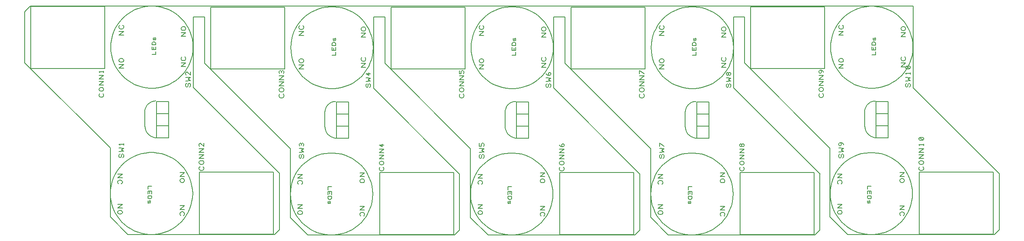
<source format=gbr>
%FSLAX23Y23*%
%MOIN*%
%ADD10C,0.00500*%
X000Y000D02*
D02*
D10*
X050Y1896D02*
X7326D01*
Y1220*
X8036Y510*
Y048*
X7996Y008*
X6786*
X6641Y153*
Y721*
X5935Y1426*
Y1806*
X5936Y1806*
X5847*
Y1220*
X6560Y506*
X6557Y503*
Y044*
X6517Y004*
X5307*
X5162Y149*
Y718*
X4457Y1423*
Y1807*
X4457Y1807*
X4362*
Y1219*
X5073Y508*
Y044*
X5032Y003*
X3822*
X3677Y148*
Y718*
X2972Y1423*
Y1806*
X2974Y1808*
X2878*
Y1217*
X3587Y508*
Y043*
X3547Y003*
X2337*
X2192Y148*
Y718*
X1487Y1423*
Y1806*
X1487Y1806*
X1394*
Y1222*
X2103Y512*
Y047*
X2063Y007*
X854*
X708Y153*
Y722*
X003Y1428*
Y1848*
X009Y1855*
X050Y1896*
X663Y1892D02*
X053D01*
Y1380*
X663*
Y1892*
X648Y1173D02*
X651Y1170D01*
X654Y1163*
Y1154*
X651Y1148*
X648Y1145*
X641Y1142*
X629*
X623Y1145*
X619Y1148*
X616Y1154*
Y1163*
X619Y1170*
X623Y1173*
X641Y1192D02*
X629D01*
X623Y1195*
X619Y1198*
X616Y1204*
Y1210*
X619Y1217*
X623Y1220*
X629Y1223*
X641*
X648Y1220*
X651Y1217*
X654Y1210*
Y1204*
X651Y1198*
X648Y1195*
X641Y1192*
X654Y1242D02*
X616D01*
X654Y1273*
X616*
X654Y1292D02*
X616D01*
X654Y1323*
X616*
X654Y1348D02*
Y1360D01*
Y1354D02*
X616D01*
X623Y1348*
X713Y1556D02*
X714Y1524D01*
X719Y1492*
X726Y1461*
X737Y1430*
X750Y1401*
X766Y1373*
X785Y1346*
X806Y1322*
X830Y1300*
X855Y1280*
X882Y1262*
X911Y1248*
X941Y1236*
X972Y1226*
X1004Y1220*
X1036Y1217*
X1068Y1217*
X1100Y1220*
X1132Y1226*
X1163Y1235*
X1193Y1247*
X1221Y1262*
X1249Y1280*
X1274Y1300*
X1297Y1322*
X1319Y1346*
X1337Y1373*
X1353Y1401*
X1367Y1430*
X1377Y1460*
X1385Y1492*
X1390Y1524*
X1391Y1556*
X1390Y1588*
X1385Y1620*
X1377Y1652*
X1367Y1682*
X1353Y1712*
X1337Y1740*
X1319Y1766*
X1297Y1790*
X1274Y1813*
X1249Y1833*
X1222Y1850*
X1193Y1865*
X1163Y1877*
X1132Y1886*
X1100Y1892*
X1068Y1895*
X1036Y1895*
X1004Y1892*
X972Y1886*
X941Y1877*
X911Y1865*
X882Y1850*
X855Y1833*
X830Y1813*
X806Y1790*
X785Y1766*
X766Y1740*
X750Y1712*
X737Y1682*
X726Y1652*
X719Y1620*
X714Y1588*
X713Y1556*
X770Y257D02*
X808D01*
X770Y226*
X808*
X783Y207D02*
X795D01*
X801Y204*
X804Y201*
X808Y195*
Y188*
X804Y182*
X801Y179*
X795Y176*
X783*
X776Y179*
X773Y182*
X770Y188*
Y195*
X773Y201*
X776Y204*
X783Y207*
X770Y507D02*
X808D01*
X770Y476*
X808*
X776Y426D02*
X773Y429D01*
X770Y435*
Y445*
X773Y451*
X776Y454*
X783Y457*
X795*
X801Y454*
X804Y451*
X808Y445*
Y435*
X804Y429*
X801Y426*
X818Y1382D02*
X780D01*
X818Y1413*
X780*
X805Y1432D02*
X793D01*
X786Y1435*
X783Y1438*
X780Y1445*
Y1451*
X783Y1457*
X786Y1460*
X793Y1463*
X805*
X811Y1460*
X815Y1457*
X818Y1451*
Y1445*
X815Y1438*
X811Y1435*
X805Y1432*
X818Y1657D02*
X780D01*
X818Y1688*
X780*
X811Y1738D02*
X815Y1735D01*
X818Y1729*
Y1720*
X815Y1713*
X811Y1710*
X805Y1707*
X793*
X786Y1710*
X783Y1713*
X780Y1720*
Y1729*
X783Y1735*
X786Y1738*
X809Y642D02*
X816Y645D01*
X819Y651*
Y663*
X816Y670*
X809Y673*
X803Y670*
X800Y663*
Y651*
X797Y645*
X791Y642*
X784Y645*
X781Y651*
Y663*
X784Y670*
X791Y673*
X781Y692D02*
X819Y695D01*
X800Y707*
X819Y720*
X781Y723*
X819Y748D02*
Y760D01*
Y754D02*
X781D01*
X788Y748*
X1048Y407D02*
X1018D01*
Y382*
Y367D02*
X1048D01*
Y342*
X1033Y347D02*
Y367D01*
X1018D02*
Y342D01*
Y327D02*
X1048D01*
Y312*
X1046Y307*
X1043Y305*
X1038Y302*
X1028*
X1023Y305*
X1021Y307*
X1018Y312*
Y327*
X1021Y287D02*
X1018Y282D01*
Y272*
X1021Y267*
X1026*
X1028Y272*
Y282*
X1031Y287*
X1036*
X1038Y282*
Y272*
X1036Y267*
X1088Y807D02*
Y907D01*
X1188*
Y807*
X1088*
Y907D02*
Y1007D01*
X1188*
Y907*
X1088*
Y1007D02*
Y1107D01*
X1188*
Y1007*
X1088*
X1052Y1495D02*
X1082D01*
Y1520*
Y1535D02*
X1052D01*
Y1560*
X1067Y1555D02*
Y1535D01*
X1082D02*
Y1560D01*
Y1575D02*
X1052D01*
Y1590*
X1055Y1595*
X1057Y1597*
X1062Y1600*
X1072*
X1077Y1597*
X1080Y1595*
X1082Y1590*
Y1575*
X1080Y1615D02*
X1082Y1620D01*
Y1630*
X1080Y1635*
X1075*
X1072Y1630*
Y1620*
X1070Y1615*
X1065*
X1062Y1620*
Y1630*
X1065Y1635*
X1093Y807D02*
X1076Y808D01*
X1059Y813*
X1043Y820*
X1029Y830*
X1017Y842*
X1007Y857*
X999Y872*
X995Y889*
X993Y907*
Y1022*
X994Y1037*
X999Y1052*
X1005Y1067*
X1014Y1079*
X1025Y1090*
X1038Y1099*
X1052Y1106*
X1068Y1110*
X1083Y1112*
X1283Y245D02*
X1320D01*
X1283Y213*
X1320*
X1289Y163D02*
X1286Y166D01*
X1283Y173*
Y182*
X1286Y188*
X1289Y191*
X1295Y195*
X1308*
X1314Y191*
X1317Y188*
X1320Y182*
Y173*
X1317Y166*
X1314Y163*
X1283Y520D02*
X1320D01*
X1283Y488*
X1320*
X1295Y470D02*
X1308D01*
X1314Y466*
X1317Y463*
X1320Y457*
Y451*
X1317Y445*
X1314Y441*
X1308Y438*
X1295*
X1289Y441*
X1286Y445*
X1283Y451*
Y457*
X1286Y463*
X1289Y466*
X1295Y470*
X1330Y1395D02*
X1293D01*
X1330Y1426*
X1293*
X1324Y1476D02*
X1327Y1473D01*
X1330Y1467*
Y1457*
X1327Y1451*
X1324Y1448*
X1318Y1445*
X1305*
X1299Y1448*
X1296Y1451*
X1293Y1457*
Y1467*
X1296Y1473*
X1299Y1476*
X1330Y1645D02*
X1293D01*
X1330Y1676*
X1293*
X1318Y1695D02*
X1305D01*
X1299Y1698*
X1296Y1701*
X1293Y1707*
Y1713*
X1296Y1720*
X1299Y1723*
X1305Y1726*
X1318*
X1324Y1723*
X1327Y1720*
X1330Y1713*
Y1707*
X1327Y1701*
X1324Y1698*
X1318Y1695*
X1359Y1227D02*
X1366Y1230D01*
X1369Y1236*
Y1248*
X1366Y1255*
X1359Y1258*
X1353Y1255*
X1350Y1248*
Y1236*
X1347Y1230*
X1341Y1227*
X1334Y1230*
X1331Y1236*
Y1248*
X1334Y1255*
X1341Y1258*
X1331Y1277D02*
X1369Y1280D01*
X1350Y1292*
X1369Y1305*
X1331Y1308*
X1369Y1352D02*
Y1327D01*
X1347Y1348*
X1341Y1352*
X1334Y1348*
X1331Y1342*
Y1333*
X1334Y1327*
X1388Y346D02*
X1386Y378D01*
X1381Y410*
X1374Y441*
X1363Y472*
X1350Y501*
X1334Y529*
X1315Y555*
X1294Y580*
X1271Y602*
X1245Y622*
X1218Y639*
X1189Y654*
X1159Y666*
X1128Y675*
X1097Y681*
X1064Y685*
X1032Y685*
X1000Y681*
X968Y675*
X937Y666*
X907Y654*
X879Y639*
X852Y622*
X826Y602*
X803Y580*
X782Y555*
X763Y529*
X747Y501*
X733Y472*
X723Y441*
X715Y410*
X711Y378*
X709Y346*
X711Y313*
X715Y281*
X723Y250*
X733Y220*
X747Y190*
X763Y162*
X782Y136*
X803Y111*
X826Y089*
X851Y069*
X879Y052*
X907Y037*
X937Y025*
X968Y016*
X1000Y010*
X1032Y007*
X1064Y007*
X1097Y010*
X1128Y016*
X1159Y025*
X1189Y037*
X1218Y052*
X1245Y069*
X1270Y089*
X1294Y111*
X1315Y136*
X1334Y162*
X1350Y190*
X1363Y219*
X1374Y250*
X1381Y281*
X1386Y313*
X1388Y346*
X1444Y011D02*
X2054D01*
Y523*
X1444*
Y011*
X1473Y568D02*
X1476Y565D01*
X1479Y558*
Y549*
X1476Y543*
X1473Y540*
X1466Y537*
X1454*
X1448Y540*
X1444Y543*
X1441Y549*
Y558*
X1444Y565*
X1448Y568*
X1466Y587D02*
X1454D01*
X1448Y590*
X1444Y593*
X1441Y599*
Y605*
X1444Y612*
X1448Y615*
X1454Y618*
X1466*
X1473Y615*
X1476Y612*
X1479Y605*
Y599*
X1476Y593*
X1473Y590*
X1466Y587*
X1479Y637D02*
X1441D01*
X1479Y668*
X1441*
X1479Y687D02*
X1441D01*
X1479Y718*
X1441*
X1479Y762D02*
Y737D01*
X1457Y758*
X1451Y762*
X1444Y758*
X1441Y752*
Y743*
X1444Y737*
X2147Y1888D02*
X1537D01*
Y1376*
X2147*
Y1888*
X2132Y1169D02*
X2135Y1166D01*
X2138Y1160*
Y1150*
X2135Y1144*
X2132Y1141*
X2125Y1138*
X2113*
X2107Y1141*
X2103Y1144*
X2100Y1150*
Y1160*
X2103Y1166*
X2107Y1169*
X2125Y1188D02*
X2113D01*
X2107Y1191*
X2103Y1194*
X2100Y1200*
Y1206*
X2103Y1213*
X2107Y1216*
X2113Y1219*
X2125*
X2132Y1216*
X2135Y1213*
X2138Y1206*
Y1200*
X2135Y1194*
X2132Y1191*
X2125Y1188*
X2138Y1238D02*
X2100D01*
X2138Y1269*
X2100*
X2138Y1288D02*
X2100D01*
X2138Y1319*
X2100*
X2135Y1341D02*
X2138Y1347D01*
Y1353*
X2135Y1360*
X2128Y1363*
X2122Y1360*
X2119Y1353*
Y1347*
Y1353D02*
X2116Y1360D01*
X2110Y1363*
X2103Y1360*
X2100Y1353*
Y1347*
X2103Y1341*
X2197Y1552D02*
X2198Y1520D01*
X2203Y1488*
X2210Y1457*
X2221Y1426*
X2234Y1397*
X2251Y1369*
X2269Y1343*
X2290Y1318*
X2314Y1296*
X2339Y1276*
X2366Y1258*
X2395Y1244*
X2425Y1232*
X2456Y1223*
X2488Y1216*
X2520Y1213*
X2552Y1213*
X2584Y1216*
X2616Y1223*
X2647Y1232*
X2677Y1244*
X2706Y1258*
X2733Y1276*
X2758Y1296*
X2782Y1318*
X2803Y1343*
X2821Y1369*
X2838Y1397*
X2851Y1426*
X2862Y1457*
X2869Y1488*
X2874Y1520*
X2875Y1552*
X2874Y1585*
X2869Y1617*
X2862Y1648*
X2851Y1678*
X2838Y1708*
X2821Y1736*
X2803Y1762*
X2782Y1786*
X2758Y1809*
X2733Y1829*
X2706Y1846*
X2677Y1861*
X2647Y1873*
X2616Y1882*
X2584Y1888*
X2552Y1891*
X2520Y1891*
X2488Y1888*
X2456Y1882*
X2425Y1873*
X2395Y1861*
X2366Y1846*
X2339Y1829*
X2314Y1809*
X2290Y1787*
X2269Y1762*
X2251Y1736*
X2234Y1708*
X2221Y1679*
X2210Y1648*
X2203Y1617*
X2198Y1585*
X2197Y1552*
X2254Y253D02*
X2292D01*
X2254Y222*
X2292*
X2267Y203D02*
X2279D01*
X2285Y200*
X2288Y197*
X2292Y191*
Y185*
X2288Y178*
X2285Y175*
X2279Y172*
X2267*
X2260Y175*
X2257Y178*
X2254Y185*
Y191*
X2257Y197*
X2260Y200*
X2267Y203*
X2254Y503D02*
X2292D01*
X2254Y472*
X2292*
X2260Y422D02*
X2257Y425D01*
X2254Y431*
Y441*
X2257Y447*
X2260Y450*
X2267Y453*
X2279*
X2285Y450*
X2288Y447*
X2292Y441*
Y431*
X2288Y425*
X2285Y422*
X2302Y1378D02*
X2264D01*
X2302Y1410*
X2264*
X2289Y1428D02*
X2277D01*
X2271Y1431*
X2267Y1435*
X2264Y1441*
Y1447*
X2267Y1453*
X2271Y1456*
X2277Y1460*
X2289*
X2296Y1456*
X2299Y1453*
X2302Y1447*
Y1441*
X2299Y1435*
X2296Y1431*
X2289Y1428*
X2302Y1653D02*
X2264D01*
X2302Y1685*
X2264*
X2296Y1735D02*
X2299Y1731D01*
X2302Y1725*
Y1716*
X2299Y1710*
X2296Y1706*
X2289Y1703*
X2277*
X2271Y1706*
X2267Y1710*
X2264Y1716*
Y1725*
X2267Y1731*
X2271Y1735*
X2293Y638D02*
X2300Y641D01*
X2303Y647*
Y660*
X2300Y666*
X2293Y669*
X2287Y666*
X2284Y660*
Y647*
X2281Y641*
X2275Y638*
X2268Y641*
X2265Y647*
Y660*
X2268Y666*
X2275Y669*
X2265Y688D02*
X2303Y691D01*
X2284Y703*
X2303Y716*
X2265Y719*
X2300Y741D02*
X2303Y747D01*
Y753*
X2300Y760*
X2293Y763*
X2287Y760*
X2284Y753*
Y747*
Y753D02*
X2281Y760D01*
X2275Y763*
X2268Y760*
X2265Y753*
Y747*
X2268Y741*
X2532Y403D02*
X2502D01*
Y378*
Y363D02*
X2532D01*
Y338*
X2517Y343D02*
Y363D01*
X2502D02*
Y338D01*
Y323D02*
X2532D01*
Y308*
X2530Y303*
X2527Y301*
X2522Y298*
X2512*
X2507Y301*
X2505Y303*
X2502Y308*
Y323*
X2505Y283D02*
X2502Y278D01*
Y268*
X2505Y263*
X2510*
X2512Y268*
Y278*
X2515Y283*
X2520*
X2522Y278*
Y268*
X2520Y263*
X2572Y803D02*
Y903D01*
X2672*
Y803*
X2572*
Y903D02*
Y1003D01*
X2672*
Y903*
X2572*
Y1003D02*
Y1103D01*
X2672*
Y1003*
X2572*
X2536Y1491D02*
X2566D01*
Y1516*
Y1531D02*
X2536D01*
Y1556*
X2551Y1551D02*
Y1531D01*
X2566D02*
Y1556D01*
Y1571D02*
X2536D01*
Y1586*
X2539Y1591*
X2541Y1593*
X2546Y1596*
X2556*
X2561Y1593*
X2564Y1591*
X2566Y1586*
Y1571*
X2564Y1611D02*
X2566Y1616D01*
Y1626*
X2564Y1631*
X2559*
X2556Y1626*
Y1616*
X2554Y1611*
X2549*
X2546Y1616*
Y1626*
X2549Y1631*
X2577Y803D02*
X2560Y804D01*
X2543Y809*
X2527Y816*
X2513Y826*
X2501Y838*
X2491Y853*
X2483Y869*
X2479Y885*
X2477Y903*
Y1018*
X2479Y1033*
X2483Y1048*
X2489Y1063*
X2498Y1076*
X2509Y1087*
X2522Y1096*
X2536Y1102*
X2552Y1106*
X2567Y1108*
X2767Y241D02*
X2804D01*
X2767Y210*
X2804*
X2773Y160D02*
X2770Y163D01*
X2767Y169*
Y178*
X2770Y185*
X2773Y188*
X2779Y191*
X2792*
X2798Y188*
X2801Y185*
X2804Y178*
Y169*
X2801Y163*
X2798Y160*
X2767Y516D02*
X2804D01*
X2767Y485*
X2804*
X2779Y466D02*
X2792D01*
X2798Y463*
X2801Y460*
X2804Y453*
Y447*
X2801Y441*
X2798Y438*
X2792Y435*
X2779*
X2773Y438*
X2770Y441*
X2767Y447*
Y453*
X2770Y460*
X2773Y463*
X2779Y466*
X2814Y1391D02*
X2777D01*
X2814Y1422*
X2777*
X2808Y1472D02*
X2811Y1469D01*
X2814Y1463*
Y1453*
X2811Y1447*
X2808Y1444*
X2802Y1441*
X2789*
X2783Y1444*
X2780Y1447*
X2777Y1453*
Y1463*
X2780Y1469*
X2783Y1472*
X2814Y1641D02*
X2777D01*
X2814Y1672*
X2777*
X2802Y1691D02*
X2789D01*
X2783Y1694*
X2780Y1697*
X2777Y1703*
Y1710*
X2780Y1716*
X2783Y1719*
X2789Y1722*
X2802*
X2808Y1719*
X2811Y1716*
X2814Y1710*
Y1703*
X2811Y1697*
X2808Y1694*
X2802Y1691*
X2843Y1223D02*
X2850Y1226D01*
X2853Y1232*
Y1245*
X2850Y1251*
X2843Y1254*
X2837Y1251*
X2834Y1245*
Y1232*
X2831Y1226*
X2825Y1223*
X2818Y1226*
X2815Y1232*
Y1245*
X2818Y1251*
X2825Y1254*
X2815Y1273D02*
X2853Y1276D01*
X2834Y1288*
X2853Y1301*
X2815Y1304*
X2853Y1338D02*
X2815D01*
X2840Y1323*
Y1348*
X2872Y342D02*
X2870Y374D01*
X2866Y406*
X2858Y437*
X2847Y468*
X2834Y497*
X2818Y525*
X2799Y552*
X2778Y576*
X2755Y598*
X2729Y618*
X2702Y636*
X2673Y650*
X2643Y662*
X2612Y672*
X2581Y678*
X2549Y681*
X2516Y681*
X2484Y678*
X2452Y672*
X2421Y662*
X2391Y650*
X2363Y636*
X2336Y618*
X2310Y598*
X2287Y576*
X2266Y552*
X2247Y525*
X2231Y497*
X2217Y468*
X2207Y437*
X2199Y406*
X2195Y374*
X2193Y342*
X2195Y310*
X2199Y278*
X2207Y246*
X2217Y216*
X2231Y186*
X2247Y158*
X2266Y132*
X2287Y108*
X2310Y085*
X2336Y065*
X2363Y048*
X2391Y033*
X2421Y021*
X2452Y012*
X2484Y006*
X2516Y003*
X2548Y003*
X2581Y006*
X2612Y012*
X2643Y021*
X2673Y033*
X2702Y048*
X2729Y065*
X2755Y085*
X2778Y108*
X2799Y132*
X2818Y158*
X2834Y186*
X2847Y216*
X2858Y246*
X2866Y277*
X2870Y309*
X2872Y342*
X2928Y007D02*
X3538D01*
Y519*
X2928*
Y007*
X2957Y564D02*
X2960Y561D01*
X2963Y555*
Y545*
X2960Y539*
X2957Y536*
X2950Y533*
X2938*
X2932Y536*
X2928Y539*
X2925Y545*
Y555*
X2928Y561*
X2932Y564*
X2950Y583D02*
X2938D01*
X2932Y586*
X2928Y589*
X2925Y595*
Y601*
X2928Y608*
X2932Y611*
X2938Y614*
X2950*
X2957Y611*
X2960Y608*
X2963Y601*
Y595*
X2960Y589*
X2957Y586*
X2950Y583*
X2963Y633D02*
X2925D01*
X2963Y664*
X2925*
X2963Y683D02*
X2925D01*
X2963Y714*
X2925*
X2963Y748D02*
X2925D01*
X2950Y733*
Y758*
X3632Y1888D02*
X3022D01*
Y1376*
X3632*
Y1888*
X3617Y1169D02*
X3620Y1166D01*
X3623Y1160*
Y1150*
X3620Y1144*
X3617Y1141*
X3610Y1138*
X3598*
X3592Y1141*
X3589Y1144*
X3585Y1150*
Y1160*
X3589Y1166*
X3592Y1169*
X3610Y1188D02*
X3598D01*
X3592Y1191*
X3589Y1194*
X3585Y1200*
Y1206*
X3589Y1213*
X3592Y1216*
X3598Y1219*
X3610*
X3617Y1216*
X3620Y1213*
X3623Y1206*
Y1200*
X3620Y1194*
X3617Y1191*
X3610Y1188*
X3623Y1238D02*
X3585D01*
X3623Y1269*
X3585*
X3623Y1288D02*
X3585D01*
X3623Y1319*
X3585*
X3620Y1338D02*
X3623Y1344D01*
Y1353*
X3620Y1360*
X3614Y1363*
X3610*
X3604Y1360*
X3601Y1353*
Y1338*
X3585*
Y1363*
X3682Y1552D02*
X3683Y1520D01*
X3688Y1488*
X3695Y1457*
X3706Y1426*
X3719Y1397*
X3736Y1369*
X3754Y1343*
X3775Y1318*
X3799Y1296*
X3824Y1276*
X3851Y1258*
X3880Y1244*
X3910Y1232*
X3941Y1223*
X3973Y1216*
X4005Y1213*
X4037Y1213*
X4069Y1216*
X4101Y1223*
X4132Y1232*
X4162Y1244*
X4191Y1258*
X4218Y1276*
X4243Y1296*
X4267Y1318*
X4288Y1343*
X4306Y1369*
X4323Y1397*
X4336Y1426*
X4347Y1457*
X4354Y1488*
X4359Y1520*
X4360Y1552*
X4359Y1585*
X4354Y1617*
X4347Y1648*
X4336Y1678*
X4323Y1708*
X4307Y1736*
X4288Y1762*
X4267Y1786*
X4243Y1809*
X4218Y1829*
X4191Y1846*
X4162Y1861*
X4132Y1873*
X4101Y1882*
X4069Y1888*
X4037Y1891*
X4005Y1891*
X3973Y1888*
X3941Y1882*
X3910Y1873*
X3880Y1861*
X3851Y1846*
X3824Y1829*
X3799Y1809*
X3776Y1787*
X3754Y1762*
X3736Y1736*
X3720Y1708*
X3706Y1679*
X3696Y1648*
X3688Y1617*
X3683Y1585*
X3682Y1552*
X3739Y253D02*
X3777D01*
X3739Y222*
X3777*
X3752Y203D02*
X3764D01*
X3770Y200*
X3774Y197*
X3777Y191*
Y185*
X3774Y178*
X3770Y175*
X3764Y172*
X3752*
X3745Y175*
X3742Y178*
X3739Y185*
Y191*
X3742Y197*
X3745Y200*
X3752Y203*
X3739Y503D02*
X3777D01*
X3739Y472*
X3777*
X3745Y422D02*
X3742Y425D01*
X3739Y431*
Y441*
X3742Y447*
X3745Y450*
X3752Y453*
X3764*
X3770Y450*
X3774Y447*
X3777Y441*
Y431*
X3774Y425*
X3770Y422*
X3787Y1378D02*
X3749D01*
X3787Y1410*
X3749*
X3774Y1428D02*
X3762D01*
X3756Y1431*
X3752Y1435*
X3749Y1441*
Y1447*
X3752Y1453*
X3756Y1456*
X3762Y1460*
X3774*
X3781Y1456*
X3784Y1453*
X3787Y1447*
Y1441*
X3784Y1435*
X3781Y1431*
X3774Y1428*
X3787Y1653D02*
X3749D01*
X3787Y1685*
X3749*
X3781Y1735D02*
X3784Y1731D01*
X3787Y1725*
Y1716*
X3784Y1710*
X3781Y1706*
X3774Y1703*
X3762*
X3756Y1706*
X3752Y1710*
X3749Y1716*
Y1725*
X3752Y1731*
X3756Y1735*
X3779Y638D02*
X3785Y641D01*
X3788Y647*
Y660*
X3785Y666*
X3779Y669*
X3772Y666*
X3769Y660*
Y647*
X3766Y641*
X3760Y638*
X3754Y641*
X3750Y647*
Y660*
X3754Y666*
X3760Y669*
X3750Y688D02*
X3788Y691D01*
X3769Y703*
X3788Y716*
X3750Y719*
X3785Y738D02*
X3788Y744D01*
Y753*
X3785Y760*
X3779Y763*
X3775*
X3769Y760*
X3766Y753*
Y738*
X3750*
Y763*
X4017Y403D02*
X3987D01*
Y378*
Y363D02*
X4017D01*
Y338*
X4002Y343D02*
Y363D01*
X3987D02*
Y338D01*
Y323D02*
X4017D01*
Y308*
X4015Y303*
X4012Y301*
X4007Y298*
X3997*
X3992Y301*
X3990Y303*
X3987Y308*
Y323*
X3990Y283D02*
X3987Y278D01*
Y268*
X3990Y263*
X3995*
X3997Y268*
Y278*
X4000Y283*
X4005*
X4007Y278*
Y268*
X4005Y263*
X4057Y803D02*
Y903D01*
X4157*
Y803*
X4057*
Y903D02*
Y1003D01*
X4157*
Y903*
X4057*
Y1003D02*
Y1103D01*
X4157*
Y1003*
X4057*
X4021Y1491D02*
X4051D01*
Y1516*
Y1531D02*
X4021D01*
Y1556*
X4036Y1551D02*
Y1531D01*
X4051D02*
Y1556D01*
Y1571D02*
X4021D01*
Y1586*
X4024Y1591*
X4026Y1593*
X4031Y1596*
X4041*
X4046Y1593*
X4049Y1591*
X4051Y1586*
Y1571*
X4049Y1611D02*
X4051Y1616D01*
Y1626*
X4049Y1631*
X4044*
X4041Y1626*
Y1616*
X4039Y1611*
X4034*
X4031Y1616*
Y1626*
X4034Y1631*
X4062Y803D02*
X4045Y804D01*
X4028Y809*
X4012Y816*
X3998Y826*
X3986Y838*
X3976Y853*
X3968Y869*
X3964Y885*
X3962Y903*
Y1018*
X3964Y1033*
X3968Y1048*
X3974Y1063*
X3983Y1076*
X3994Y1087*
X4007Y1096*
X4022Y1102*
X4037Y1106*
X4052Y1108*
X4252Y241D02*
X4289D01*
X4252Y210*
X4289*
X4258Y160D02*
X4255Y163D01*
X4252Y169*
Y178*
X4255Y185*
X4258Y188*
X4264Y191*
X4277*
X4283Y188*
X4286Y185*
X4289Y178*
Y169*
X4286Y163*
X4283Y160*
X4252Y516D02*
X4289D01*
X4252Y485*
X4289*
X4264Y466D02*
X4277D01*
X4283Y463*
X4286Y460*
X4289Y453*
Y447*
X4286Y441*
X4283Y438*
X4277Y435*
X4264*
X4258Y438*
X4255Y441*
X4252Y447*
Y453*
X4255Y460*
X4258Y463*
X4264Y466*
X4299Y1391D02*
X4262D01*
X4299Y1422*
X4262*
X4293Y1472D02*
X4296Y1469D01*
X4299Y1463*
Y1453*
X4296Y1447*
X4293Y1444*
X4287Y1441*
X4274*
X4268Y1444*
X4265Y1447*
X4262Y1453*
Y1463*
X4265Y1469*
X4268Y1472*
X4299Y1641D02*
X4262D01*
X4299Y1672*
X4262*
X4287Y1691D02*
X4274D01*
X4268Y1694*
X4265Y1697*
X4262Y1703*
Y1710*
X4265Y1716*
X4268Y1719*
X4274Y1722*
X4287*
X4293Y1719*
X4296Y1716*
X4299Y1710*
Y1703*
X4296Y1697*
X4293Y1694*
X4287Y1691*
X4329Y1223D02*
X4335Y1226D01*
X4338Y1232*
Y1245*
X4335Y1251*
X4329Y1254*
X4322Y1251*
X4319Y1245*
Y1232*
X4316Y1226*
X4310Y1223*
X4304Y1226*
X4300Y1232*
Y1245*
X4304Y1251*
X4310Y1254*
X4300Y1273D02*
X4338Y1276D01*
X4319Y1288*
X4338Y1301*
X4300Y1304*
X4329Y1323D02*
X4322Y1326D01*
X4319Y1332*
Y1338*
X4322Y1345*
X4329Y1348*
X4335Y1345*
X4338Y1338*
Y1332*
X4335Y1326*
X4329Y1323*
X4319*
X4310Y1326*
X4304Y1332*
X4300Y1338*
X4357Y342D02*
X4355Y374D01*
X4351Y406*
X4343Y437*
X4332Y468*
X4319Y497*
X4303Y525*
X4284Y552*
X4263Y576*
X4240Y598*
X4214Y618*
X4187Y636*
X4158Y650*
X4128Y662*
X4097Y672*
X4066Y678*
X4034Y681*
X4001Y681*
X3969Y678*
X3938Y672*
X3907Y662*
X3877Y650*
X3848Y636*
X3821Y618*
X3795Y598*
X3772Y576*
X3751Y552*
X3732Y525*
X3716Y497*
X3702Y468*
X3692Y437*
X3684Y406*
X3680Y374*
X3678Y342*
X3680Y310*
X3684Y278*
X3692Y246*
X3702Y216*
X3716Y186*
X3732Y158*
X3751Y132*
X3772Y108*
X3795Y085*
X3821Y065*
X3848Y048*
X3876Y033*
X3906Y021*
X3937Y012*
X3969Y006*
X4001Y003*
X4034Y003*
X4066Y006*
X4097Y012*
X4128Y021*
X4158Y033*
X4187Y048*
X4214Y065*
X4240Y085*
X4263Y108*
X4284Y132*
X4303Y158*
X4319Y186*
X4332Y216*
X4343Y246*
X4351Y277*
X4355Y309*
X4357Y342*
X4413Y007D02*
X5023D01*
Y519*
X4413*
Y007*
X4442Y564D02*
X4445Y561D01*
X4448Y555*
Y545*
X4445Y539*
X4442Y536*
X4435Y533*
X4423*
X4417Y536*
X4414Y539*
X4410Y545*
Y555*
X4414Y561*
X4417Y564*
X4435Y583D02*
X4423D01*
X4417Y586*
X4414Y589*
X4410Y595*
Y601*
X4414Y608*
X4417Y611*
X4423Y614*
X4435*
X4442Y611*
X4445Y608*
X4448Y601*
Y595*
X4445Y589*
X4442Y586*
X4435Y583*
X4448Y633D02*
X4410D01*
X4448Y664*
X4410*
X4448Y683D02*
X4410D01*
X4448Y714*
X4410*
X4439Y733D02*
X4432Y736D01*
X4429Y742*
Y748*
X4432Y755*
X4439Y758*
X4445Y755*
X4448Y748*
Y742*
X4445Y736*
X4439Y733*
X4429*
X4420Y736*
X4414Y742*
X4410Y748*
X5117Y1888D02*
X4507D01*
Y1376*
X5117*
Y1888*
X5102Y1169D02*
X5105Y1166D01*
X5108Y1160*
Y1150*
X5105Y1144*
X5102Y1141*
X5095Y1138*
X5083*
X5077Y1141*
X5074Y1144*
X5070Y1150*
Y1160*
X5074Y1166*
X5077Y1169*
X5095Y1188D02*
X5083D01*
X5077Y1191*
X5074Y1194*
X5070Y1200*
Y1206*
X5074Y1213*
X5077Y1216*
X5083Y1219*
X5095*
X5102Y1216*
X5105Y1213*
X5108Y1206*
Y1200*
X5105Y1194*
X5102Y1191*
X5095Y1188*
X5108Y1238D02*
X5070D01*
X5108Y1269*
X5070*
X5108Y1288D02*
X5070D01*
X5108Y1319*
X5070*
X5108Y1338D02*
X5070Y1363D01*
Y1338*
X5167Y1552D02*
X5168Y1520D01*
X5173Y1488*
X5181Y1457*
X5191Y1426*
X5205Y1397*
X5221Y1369*
X5239Y1343*
X5261Y1318*
X5284Y1296*
X5309Y1276*
X5336Y1258*
X5365Y1244*
X5395Y1232*
X5426Y1223*
X5458Y1216*
X5490Y1213*
X5522Y1213*
X5554Y1216*
X5586Y1223*
X5617Y1232*
X5647Y1244*
X5676Y1258*
X5703Y1276*
X5728Y1296*
X5752Y1318*
X5773Y1343*
X5792Y1369*
X5808Y1397*
X5821Y1426*
X5832Y1457*
X5839Y1488*
X5844Y1520*
X5845Y1552*
X5844Y1585*
X5839Y1617*
X5832Y1648*
X5821Y1678*
X5808Y1708*
X5792Y1736*
X5773Y1762*
X5752Y1786*
X5728Y1809*
X5703Y1829*
X5676Y1846*
X5647Y1861*
X5617Y1873*
X5586Y1882*
X5554Y1888*
X5522Y1891*
X5490Y1891*
X5458Y1888*
X5426Y1882*
X5395Y1873*
X5365Y1861*
X5337Y1846*
X5309Y1829*
X5284Y1809*
X5261Y1787*
X5239Y1762*
X5221Y1736*
X5205Y1708*
X5191Y1679*
X5181Y1648*
X5173Y1617*
X5168Y1585*
X5167Y1552*
X5224Y253D02*
X5262D01*
X5224Y222*
X5262*
X5237Y203D02*
X5249D01*
X5255Y200*
X5259Y197*
X5262Y191*
Y185*
X5259Y178*
X5255Y175*
X5249Y172*
X5237*
X5230Y175*
X5227Y178*
X5224Y185*
Y191*
X5227Y197*
X5230Y200*
X5237Y203*
X5224Y503D02*
X5262D01*
X5224Y472*
X5262*
X5230Y422D02*
X5227Y425D01*
X5224Y431*
Y441*
X5227Y447*
X5230Y450*
X5237Y453*
X5249*
X5255Y450*
X5259Y447*
X5262Y441*
Y431*
X5259Y425*
X5255Y422*
X5272Y1378D02*
X5234D01*
X5272Y1410*
X5234*
X5259Y1428D02*
X5247D01*
X5241Y1431*
X5238Y1435*
X5234Y1441*
Y1447*
X5238Y1453*
X5241Y1456*
X5247Y1460*
X5259*
X5266Y1456*
X5269Y1453*
X5272Y1447*
Y1441*
X5269Y1435*
X5266Y1431*
X5259Y1428*
X5272Y1653D02*
X5234D01*
X5272Y1685*
X5234*
X5266Y1735D02*
X5269Y1731D01*
X5272Y1725*
Y1716*
X5269Y1710*
X5266Y1706*
X5259Y1703*
X5247*
X5241Y1706*
X5238Y1710*
X5234Y1716*
Y1725*
X5238Y1731*
X5241Y1735*
X5264Y638D02*
X5270Y641D01*
X5273Y647*
Y660*
X5270Y666*
X5264Y669*
X5257Y666*
X5254Y660*
Y647*
X5251Y641*
X5245Y638*
X5239Y641*
X5235Y647*
Y660*
X5239Y666*
X5245Y669*
X5235Y688D02*
X5273Y691D01*
X5254Y703*
X5273Y716*
X5235Y719*
X5273Y738D02*
X5235Y763D01*
Y738*
X5502Y403D02*
X5472D01*
Y378*
Y363D02*
X5502D01*
Y338*
X5487Y343D02*
Y363D01*
X5472D02*
Y338D01*
Y323D02*
X5502D01*
Y308*
X5500Y303*
X5497Y301*
X5492Y298*
X5482*
X5477Y301*
X5475Y303*
X5472Y308*
Y323*
X5475Y283D02*
X5472Y278D01*
Y268*
X5475Y263*
X5480*
X5482Y268*
Y278*
X5485Y283*
X5490*
X5492Y278*
Y268*
X5490Y263*
X5542Y803D02*
Y903D01*
X5642*
Y803*
X5542*
Y903D02*
Y1003D01*
X5642*
Y903*
X5542*
Y1003D02*
Y1103D01*
X5642*
Y1003*
X5542*
X5506Y1491D02*
X5536D01*
Y1516*
Y1531D02*
X5506D01*
Y1556*
X5521Y1551D02*
Y1531D01*
X5536D02*
Y1556D01*
Y1571D02*
X5506D01*
Y1586*
X5509Y1591*
X5511Y1593*
X5516Y1596*
X5526*
X5531Y1593*
X5534Y1591*
X5536Y1586*
Y1571*
X5534Y1611D02*
X5536Y1616D01*
Y1626*
X5534Y1631*
X5529*
X5526Y1626*
Y1616*
X5524Y1611*
X5519*
X5516Y1616*
Y1626*
X5519Y1631*
X5547Y803D02*
X5530Y804D01*
X5513Y809*
X5497Y816*
X5483Y826*
X5471Y838*
X5461Y853*
X5453Y869*
X5449Y885*
X5447Y903*
Y1018*
X5449Y1033*
X5453Y1048*
X5459Y1063*
X5468Y1076*
X5480Y1087*
X5492Y1096*
X5507Y1102*
X5522Y1106*
X5537Y1108*
X5737Y241D02*
X5774D01*
X5737Y210*
X5774*
X5743Y160D02*
X5740Y163D01*
X5737Y169*
Y178*
X5740Y185*
X5743Y188*
X5749Y191*
X5762*
X5768Y188*
X5771Y185*
X5774Y178*
Y169*
X5771Y163*
X5768Y160*
X5737Y516D02*
X5774D01*
X5737Y485*
X5774*
X5749Y466D02*
X5762D01*
X5768Y463*
X5771Y460*
X5774Y453*
Y447*
X5771Y441*
X5768Y438*
X5762Y435*
X5749*
X5743Y438*
X5740Y441*
X5737Y447*
Y453*
X5740Y460*
X5743Y463*
X5749Y466*
X5784Y1391D02*
X5747D01*
X5784Y1422*
X5747*
X5778Y1472D02*
X5781Y1469D01*
X5784Y1463*
Y1453*
X5781Y1447*
X5778Y1444*
X5772Y1441*
X5759*
X5753Y1444*
X5750Y1447*
X5747Y1453*
Y1463*
X5750Y1469*
X5753Y1472*
X5784Y1641D02*
X5747D01*
X5784Y1672*
X5747*
X5772Y1691D02*
X5759D01*
X5753Y1694*
X5750Y1697*
X5747Y1703*
Y1710*
X5750Y1716*
X5753Y1719*
X5759Y1722*
X5772*
X5778Y1719*
X5781Y1716*
X5784Y1710*
Y1703*
X5781Y1697*
X5778Y1694*
X5772Y1691*
X5814Y1223D02*
X5820Y1226D01*
X5823Y1232*
Y1245*
X5820Y1251*
X5814Y1254*
X5807Y1251*
X5804Y1245*
Y1232*
X5801Y1226*
X5795Y1223*
X5789Y1226*
X5785Y1232*
Y1245*
X5789Y1251*
X5795Y1254*
X5785Y1273D02*
X5823Y1276D01*
X5804Y1288*
X5823Y1301*
X5785Y1304*
X5804Y1332D02*
Y1338D01*
X5801Y1345*
X5795Y1348*
X5789Y1345*
X5785Y1338*
Y1332*
X5789Y1326*
X5795Y1323*
X5801Y1326*
X5804Y1332*
X5807Y1326*
X5814Y1323*
X5820Y1326*
X5823Y1332*
Y1338*
X5820Y1345*
X5814Y1348*
X5807Y1345*
X5804Y1338*
X5842Y342D02*
X5840Y374D01*
X5836Y406*
X5828Y437*
X5818Y468*
X5804Y497*
X5788Y525*
X5769Y552*
X5748Y576*
X5725Y598*
X5699Y618*
X5672Y636*
X5644Y650*
X5614Y662*
X5583Y672*
X5551Y678*
X5519Y681*
X5486Y681*
X5454Y678*
X5423Y672*
X5392Y662*
X5362Y650*
X5333Y636*
X5306Y618*
X5280Y598*
X5257Y576*
X5236Y552*
X5217Y525*
X5201Y497*
X5188Y468*
X5177Y437*
X5169Y406*
X5165Y374*
X5163Y342*
X5165Y310*
X5169Y278*
X5177Y246*
X5188Y216*
X5201Y186*
X5217Y158*
X5236Y132*
X5257Y108*
X5280Y085*
X5306Y065*
X5333Y048*
X5362Y033*
X5392Y021*
X5422Y012*
X5454Y006*
X5486Y003*
X5519Y003*
X5551Y006*
X5582Y012*
X5613Y021*
X5643Y033*
X5672Y048*
X5699Y065*
X5725Y085*
X5748Y108*
X5769Y132*
X5788Y158*
X5804Y186*
X5817Y216*
X5828Y246*
X5836Y277*
X5840Y309*
X5842Y342*
X5898Y007D02*
X6508D01*
Y519*
X5898*
Y007*
X5927Y564D02*
X5930Y561D01*
X5933Y555*
Y545*
X5930Y539*
X5927Y536*
X5920Y533*
X5908*
X5902Y536*
X5899Y539*
X5895Y545*
Y555*
X5899Y561*
X5902Y564*
X5920Y583D02*
X5908D01*
X5902Y586*
X5899Y589*
X5895Y595*
Y601*
X5899Y608*
X5902Y611*
X5908Y614*
X5920*
X5927Y611*
X5930Y608*
X5933Y601*
Y595*
X5930Y589*
X5927Y586*
X5920Y583*
X5933Y633D02*
X5895D01*
X5933Y664*
X5895*
X5933Y683D02*
X5895D01*
X5933Y714*
X5895*
X5914Y742D02*
Y748D01*
X5911Y755*
X5905Y758*
X5899Y755*
X5895Y748*
Y742*
X5899Y736*
X5905Y733*
X5911Y736*
X5914Y742*
X5917Y736*
X5924Y733*
X5930Y736*
X5933Y742*
Y748*
X5930Y755*
X5924Y758*
X5917Y755*
X5914Y748*
X6596Y1891D02*
X5986D01*
Y1379*
X6596*
Y1891*
X6581Y1172D02*
X6584Y1169D01*
X6587Y1163*
Y1154*
X6584Y1147*
X6581Y1144*
X6574Y1141*
X6562*
X6556Y1144*
X6552Y1147*
X6549Y1154*
Y1163*
X6552Y1169*
X6556Y1172*
X6574Y1191D02*
X6562D01*
X6556Y1194*
X6552Y1197*
X6549Y1204*
Y1210*
X6552Y1216*
X6556Y1219*
X6562Y1222*
X6574*
X6581Y1219*
X6584Y1216*
X6587Y1210*
Y1204*
X6584Y1197*
X6581Y1194*
X6574Y1191*
X6587Y1241D02*
X6549D01*
X6587Y1272*
X6549*
X6587Y1291D02*
X6549D01*
X6587Y1322*
X6549*
X6587Y1350D02*
X6584Y1357D01*
X6577Y1363*
X6568Y1366*
X6559*
X6552Y1363*
X6549Y1357*
Y1350*
X6552Y1344*
X6559Y1341*
X6565Y1344*
X6568Y1350*
Y1357*
X6565Y1363*
X6559Y1366*
X6646Y1556D02*
X6647Y1523D01*
X6652Y1491*
X6659Y1460*
X6670Y1430*
X6683Y1400*
X6699Y1372*
X6718Y1346*
X6739Y1321*
X6763Y1299*
X6788Y1279*
X6815Y1262*
X6844Y1247*
X6874Y1235*
X6905Y1226*
X6937Y1220*
X6969Y1217*
X7001Y1217*
X7033Y1220*
X7065Y1226*
X7096Y1235*
X7126Y1247*
X7154Y1262*
X7182Y1279*
X7207Y1299*
X7230Y1321*
X7252Y1346*
X7270Y1372*
X7286Y1400*
X7300Y1429*
X7310Y1460*
X7318Y1491*
X7323Y1523*
X7324Y1556*
X7323Y1588*
X7318Y1620*
X7310Y1651*
X7300Y1682*
X7287Y1711*
X7270Y1739*
X7252Y1765*
X7230Y1790*
X7207Y1812*
X7182Y1832*
X7155Y1849*
X7126Y1864*
X7096Y1876*
X7065Y1885*
X7033Y1891*
X7001Y1895*
X6969Y1895*
X6937Y1891*
X6905Y1885*
X6874Y1876*
X6844Y1864*
X6815Y1850*
X6788Y1832*
X6763Y1812*
X6739Y1790*
X6718Y1765*
X6699Y1739*
X6683Y1711*
X6670Y1682*
X6659Y1651*
X6652Y1620*
X6647Y1588*
X6646Y1556*
X6703Y257D02*
X6741D01*
X6703Y225*
X6741*
X6716Y207D02*
X6728D01*
X6734Y203*
X6737Y200*
X6741Y194*
Y188*
X6737Y182*
X6734Y178*
X6728Y175*
X6716*
X6709Y178*
X6706Y182*
X6703Y188*
Y194*
X6706Y200*
X6709Y203*
X6716Y207*
X6703Y507D02*
X6741D01*
X6703Y475*
X6741*
X6709Y425D02*
X6706Y428D01*
X6703Y435*
Y444*
X6706Y450*
X6709Y453*
X6716Y457*
X6728*
X6734Y453*
X6737Y450*
X6741Y444*
Y435*
X6737Y428*
X6734Y425*
X6751Y1382D02*
X6713D01*
X6751Y1413*
X6713*
X6738Y1432D02*
X6726D01*
X6719Y1435*
X6716Y1438*
X6713Y1444*
Y1450*
X6716Y1457*
X6719Y1460*
X6726Y1463*
X6738*
X6744Y1460*
X6748Y1457*
X6751Y1450*
Y1444*
X6748Y1438*
X6744Y1435*
X6738Y1432*
X6751Y1657D02*
X6713D01*
X6751Y1688*
X6713*
X6744Y1738D02*
X6748Y1735D01*
X6751Y1729*
Y1719*
X6748Y1713*
X6744Y1710*
X6738Y1707*
X6726*
X6719Y1710*
X6716Y1713*
X6713Y1719*
Y1729*
X6716Y1735*
X6719Y1738*
X6742Y641D02*
X6749Y644D01*
X6752Y650*
Y663*
X6749Y669*
X6742Y672*
X6736Y669*
X6733Y663*
Y650*
X6730Y644*
X6724Y641*
X6717Y644*
X6714Y650*
Y663*
X6717Y669*
X6724Y672*
X6714Y691D02*
X6752Y694D01*
X6733Y707*
X6752Y719*
X6714Y722*
X6752Y750D02*
X6749Y757D01*
X6742Y763*
X6733Y766*
X6724*
X6717Y763*
X6714Y757*
Y750*
X6717Y744*
X6724Y741*
X6730Y744*
X6733Y750*
Y757*
X6730Y763*
X6724Y766*
X6981Y407D02*
X6951D01*
Y382*
Y367D02*
X6981D01*
Y342*
X6966Y347D02*
Y367D01*
X6951D02*
Y342D01*
Y327D02*
X6981D01*
Y312*
X6979Y307*
X6976Y304*
X6971Y302*
X6961*
X6956Y304*
X6954Y307*
X6951Y312*
Y327*
X6954Y287D02*
X6951Y282D01*
Y272*
X6954Y267*
X6959*
X6961Y272*
Y282*
X6964Y287*
X6969*
X6971Y282*
Y272*
X6969Y267*
X7021Y806D02*
Y906D01*
X7121*
Y806*
X7021*
Y906D02*
Y1006D01*
X7121*
Y906*
X7021*
Y1006D02*
Y1106D01*
X7121*
Y1006*
X7021*
X6985Y1494D02*
X7015D01*
Y1519*
Y1534D02*
X6985D01*
Y1559*
X7000Y1554D02*
Y1534D01*
X7015D02*
Y1559D01*
Y1574D02*
X6985D01*
Y1589*
X6988Y1594*
X6990Y1597*
X6995Y1599*
X7005*
X7010Y1597*
X7013Y1594*
X7015Y1589*
Y1574*
X7013Y1614D02*
X7015Y1619D01*
Y1629*
X7013Y1634*
X7008*
X7005Y1629*
Y1619*
X7003Y1614*
X6998*
X6995Y1619*
Y1629*
X6998Y1634*
X7026Y806D02*
X7009Y808D01*
X6992Y812*
X6976Y819*
X6962Y829*
X6950Y842*
X6940Y856*
X6932Y872*
X6928Y889*
X6926Y906*
Y1021*
X6927Y1037*
X6932Y1052*
X6938Y1066*
X6947Y1079*
X6958Y1090*
X6971Y1099*
X6985Y1106*
X7001Y1110*
X7016Y1111*
X7216Y244D02*
X7253D01*
X7216Y213*
X7253*
X7222Y163D02*
X7219Y166D01*
X7216Y172*
Y182*
X7219Y188*
X7222Y191*
X7228Y194*
X7241*
X7247Y191*
X7250Y188*
X7253Y182*
Y172*
X7250Y166*
X7247Y163*
X7216Y519D02*
X7253D01*
X7216Y488*
X7253*
X7228Y469D02*
X7241D01*
X7247Y466*
X7250Y463*
X7253Y457*
Y450*
X7250Y444*
X7247Y441*
X7241Y438*
X7228*
X7222Y441*
X7219Y444*
X7216Y450*
Y457*
X7219Y463*
X7222Y466*
X7228Y469*
X7263Y1394D02*
X7226D01*
X7263Y1425*
X7226*
X7257Y1475D02*
X7260Y1472D01*
X7263Y1466*
Y1457*
X7260Y1450*
X7257Y1447*
X7251Y1444*
X7238*
X7232Y1447*
X7229Y1450*
X7226Y1457*
Y1466*
X7229Y1472*
X7232Y1475*
X7263Y1644D02*
X7226D01*
X7263Y1675*
X7226*
X7251Y1694D02*
X7238D01*
X7232Y1697*
X7229Y1700*
X7226Y1707*
Y1713*
X7229Y1719*
X7232Y1722*
X7238Y1725*
X7251*
X7257Y1722*
X7260Y1719*
X7263Y1713*
Y1707*
X7260Y1700*
X7257Y1697*
X7251Y1694*
X7292Y1226D02*
X7299Y1229D01*
X7302Y1235*
Y1248*
X7299Y1254*
X7292Y1257*
X7286Y1254*
X7283Y1248*
Y1235*
X7280Y1229*
X7274Y1226*
X7267Y1229*
X7264Y1235*
Y1248*
X7267Y1254*
X7274Y1257*
X7264Y1276D02*
X7302Y1279D01*
X7283Y1292*
X7302Y1304*
X7264Y1307*
X7302Y1332D02*
Y1345D01*
Y1339D02*
X7264D01*
X7271Y1332*
X7299Y1379D02*
X7302Y1385D01*
Y1392*
X7299Y1398*
X7292Y1401*
X7274*
X7267Y1398*
X7264Y1392*
Y1385*
X7267Y1379*
X7274Y1376*
X7292*
X7299Y1379*
X7267Y1398*
X7321Y345D02*
X7319Y377D01*
X7314Y409*
X7307Y441*
X7296Y471*
X7283Y501*
X7267Y529*
X7248Y555*
X7227Y579*
X7204Y602*
X7178Y621*
X7151Y639*
X7122Y654*
X7092Y666*
X7061Y675*
X7030Y681*
X6997Y684*
X6965Y684*
X6933Y681*
X6901Y675*
X6870Y666*
X6840Y654*
X6812Y639*
X6785Y622*
X6759Y602*
X6736Y579*
X6715Y555*
X6696Y529*
X6680Y501*
X6666Y471*
X6656Y441*
X6648Y409*
X6644Y377*
X6642Y345*
X6644Y313*
X6648Y281*
X6656Y250*
X6666Y219*
X6680Y190*
X6696Y162*
X6715Y135*
X6736Y111*
X6759Y089*
X6784Y069*
X6812Y051*
X6840Y036*
X6870Y024*
X6901Y015*
X6933Y009*
X6965Y006*
X6997Y006*
X7030Y009*
X7061Y015*
X7092Y024*
X7122Y036*
X7151Y051*
X7178Y069*
X7203Y089*
X7227Y111*
X7248Y135*
X7267Y162*
X7283Y190*
X7296Y219*
X7307Y249*
X7314Y281*
X7319Y313*
X7321Y345*
X7377Y011D02*
X7987D01*
Y523*
X7377*
Y011*
X7406Y567D02*
X7409Y564D01*
X7412Y558*
Y548*
X7409Y542*
X7406Y539*
X7399Y536*
X7387*
X7381Y539*
X7377Y542*
X7374Y548*
Y558*
X7377Y564*
X7381Y567*
X7399Y586D02*
X7387D01*
X7381Y589*
X7377Y592*
X7374Y599*
Y605*
X7377Y611*
X7381Y614*
X7387Y617*
X7399*
X7406Y614*
X7409Y611*
X7412Y605*
Y599*
X7409Y592*
X7406Y589*
X7399Y586*
X7412Y636D02*
X7374D01*
X7412Y667*
X7374*
X7412Y686D02*
X7374D01*
X7412Y717*
X7374*
X7412Y742D02*
Y755D01*
Y749D02*
X7374D01*
X7381Y742*
X7409Y789D02*
X7412Y795D01*
Y802*
X7409Y808*
X7402Y811*
X7384*
X7377Y808*
X7374Y802*
Y795*
X7377Y789*
X7384Y786*
X7402*
X7409Y789*
X7377Y808*
X000Y000D02*
M02*

</source>
